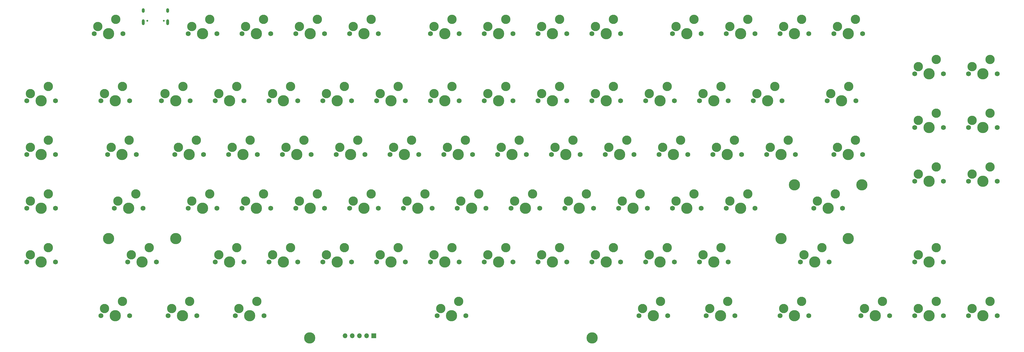
<source format=gbr>
%TF.GenerationSoftware,KiCad,Pcbnew,8.0.3*%
%TF.CreationDate,2024-09-05T05:54:07+12:00*%
%TF.ProjectId,test2,74657374-322e-46b6-9963-61645f706362,rev?*%
%TF.SameCoordinates,Original*%
%TF.FileFunction,Soldermask,Top*%
%TF.FilePolarity,Negative*%
%FSLAX46Y46*%
G04 Gerber Fmt 4.6, Leading zero omitted, Abs format (unit mm)*
G04 Created by KiCad (PCBNEW 8.0.3) date 2024-09-05 05:54:07*
%MOMM*%
%LPD*%
G01*
G04 APERTURE LIST*
%ADD10C,3.987800*%
%ADD11C,1.750000*%
%ADD12C,3.300000*%
%ADD13C,0.650000*%
%ADD14O,1.000000X1.600000*%
%ADD15O,1.000000X2.100000*%
%ADD16R,1.700000X1.700000*%
%ADD17O,1.700000X1.700000*%
G04 APERTURE END LIST*
D10*
X319087500Y-77470000D03*
X295275000Y-77470000D03*
X123624134Y-131729112D03*
X223636634Y-131729112D03*
X76200000Y-96520000D03*
X52387500Y-96520000D03*
X314325000Y-96520000D03*
X290512500Y-96520000D03*
D11*
X300355000Y-123825000D03*
D10*
X295275000Y-123825000D03*
D11*
X290195000Y-123825000D03*
D12*
X291465000Y-121285000D03*
X297815000Y-118745000D03*
D11*
X317023750Y-47625000D03*
D10*
X311943750Y-47625000D03*
D11*
X306863750Y-47625000D03*
D12*
X308133750Y-45085000D03*
X314483750Y-42545000D03*
D11*
X178911250Y-123825000D03*
D10*
X173831250Y-123825000D03*
D11*
X168751250Y-123825000D03*
D12*
X170021250Y-121285000D03*
X176371250Y-118745000D03*
D11*
X300355000Y-23812500D03*
D10*
X295275000Y-23812500D03*
D11*
X290195000Y-23812500D03*
D12*
X291465000Y-21272500D03*
X297815000Y-18732500D03*
D11*
X176530000Y-47625000D03*
D10*
X171450000Y-47625000D03*
D11*
X166370000Y-47625000D03*
D12*
X167640000Y-45085000D03*
X173990000Y-42545000D03*
D11*
X143192500Y-66675000D03*
D10*
X138112500Y-66675000D03*
D11*
X133032500Y-66675000D03*
D12*
X134302500Y-64135000D03*
X140652500Y-61595000D03*
D11*
X157480000Y-47625000D03*
D10*
X152400000Y-47625000D03*
D11*
X147320000Y-47625000D03*
D12*
X148590000Y-45085000D03*
X154940000Y-42545000D03*
D11*
X83661250Y-123825000D03*
D10*
X78581250Y-123825000D03*
D11*
X73501250Y-123825000D03*
D12*
X74771250Y-121285000D03*
X81121250Y-118745000D03*
D11*
X274161250Y-123825000D03*
D10*
X269081250Y-123825000D03*
D11*
X264001250Y-123825000D03*
D12*
X265271250Y-121285000D03*
X271621250Y-118745000D03*
D11*
X128905000Y-85725000D03*
D10*
X123825000Y-85725000D03*
D11*
X118745000Y-85725000D03*
D12*
X120015000Y-83185000D03*
X126365000Y-80645000D03*
D11*
X176530000Y-104775000D03*
D10*
X171450000Y-104775000D03*
D11*
X166370000Y-104775000D03*
D12*
X167640000Y-102235000D03*
X173990000Y-99695000D03*
D11*
X281305000Y-23812500D03*
D10*
X276225000Y-23812500D03*
D11*
X271145000Y-23812500D03*
D12*
X272415000Y-21272500D03*
X278765000Y-18732500D03*
D11*
X252730000Y-104775000D03*
D10*
X247650000Y-104775000D03*
D11*
X242570000Y-104775000D03*
D12*
X243840000Y-102235000D03*
X250190000Y-99695000D03*
D11*
X195580000Y-104775000D03*
D10*
X190500000Y-104775000D03*
D11*
X185420000Y-104775000D03*
D12*
X186690000Y-102235000D03*
X193040000Y-99695000D03*
D11*
X276542500Y-66675000D03*
D10*
X271462500Y-66675000D03*
D11*
X266382500Y-66675000D03*
D12*
X267652500Y-64135000D03*
X274002500Y-61595000D03*
D11*
X347980000Y-123825000D03*
D10*
X342900000Y-123825000D03*
D11*
X337820000Y-123825000D03*
D12*
X339090000Y-121285000D03*
X345440000Y-118745000D03*
D11*
X214630000Y-47625000D03*
D10*
X209550000Y-47625000D03*
D11*
X204470000Y-47625000D03*
D12*
X205740000Y-45085000D03*
X212090000Y-42545000D03*
D11*
X109855000Y-23812500D03*
D10*
X104775000Y-23812500D03*
D11*
X99695000Y-23812500D03*
D12*
X100965000Y-21272500D03*
X107315000Y-18732500D03*
D11*
X100330000Y-47625000D03*
D10*
X95250000Y-47625000D03*
D11*
X90170000Y-47625000D03*
D12*
X91440000Y-45085000D03*
X97790000Y-42545000D03*
D11*
X262255000Y-23812500D03*
D10*
X257175000Y-23812500D03*
D11*
X252095000Y-23812500D03*
D12*
X253365000Y-21272500D03*
X259715000Y-18732500D03*
D11*
X195580000Y-23812500D03*
D10*
X190500000Y-23812500D03*
D11*
X185420000Y-23812500D03*
D12*
X186690000Y-21272500D03*
X193040000Y-18732500D03*
D11*
X224155000Y-85725000D03*
D10*
X219075000Y-85725000D03*
D11*
X213995000Y-85725000D03*
D12*
X215265000Y-83185000D03*
X221615000Y-80645000D03*
D11*
X367030000Y-57150000D03*
D10*
X361950000Y-57150000D03*
D11*
X356870000Y-57150000D03*
D12*
X358140000Y-54610000D03*
X364490000Y-52070000D03*
D11*
X319405000Y-66675000D03*
D10*
X314325000Y-66675000D03*
D11*
X309245000Y-66675000D03*
D12*
X310515000Y-64135000D03*
X316865000Y-61595000D03*
D11*
X219392500Y-66675000D03*
D10*
X214312500Y-66675000D03*
D11*
X209232500Y-66675000D03*
D12*
X210502500Y-64135000D03*
X216852500Y-61595000D03*
D11*
X295592500Y-66675000D03*
D10*
X290512500Y-66675000D03*
D11*
X285432500Y-66675000D03*
D12*
X286702500Y-64135000D03*
X293052500Y-61595000D03*
D11*
X59848750Y-123825000D03*
D10*
X54768750Y-123825000D03*
D11*
X49688750Y-123825000D03*
D12*
X50958750Y-121285000D03*
X57308750Y-118745000D03*
D11*
X257492500Y-66675000D03*
D10*
X252412500Y-66675000D03*
D11*
X247332500Y-66675000D03*
D12*
X248602500Y-64135000D03*
X254952500Y-61595000D03*
D11*
X167005000Y-85725000D03*
D10*
X161925000Y-85725000D03*
D11*
X156845000Y-85725000D03*
D12*
X158115000Y-83185000D03*
X164465000Y-80645000D03*
D11*
X214630000Y-104775000D03*
D10*
X209550000Y-104775000D03*
D11*
X204470000Y-104775000D03*
D12*
X205740000Y-102235000D03*
X212090000Y-99695000D03*
D11*
X233680000Y-104775000D03*
D10*
X228600000Y-104775000D03*
D11*
X223520000Y-104775000D03*
D12*
X224790000Y-102235000D03*
X231140000Y-99695000D03*
D11*
X290830000Y-47625000D03*
D10*
X285750000Y-47625000D03*
D11*
X280670000Y-47625000D03*
D12*
X281940000Y-45085000D03*
X288290000Y-42545000D03*
D13*
X66166250Y-19268750D03*
X71946250Y-19268750D03*
D14*
X64736250Y-15618750D03*
D15*
X64736250Y-19798750D03*
D14*
X73376250Y-15618750D03*
D15*
X73376250Y-19798750D03*
D11*
X312261250Y-85725000D03*
D10*
X307181250Y-85725000D03*
D11*
X302101250Y-85725000D03*
D12*
X303371250Y-83185000D03*
X309721250Y-80645000D03*
D11*
X347980000Y-76200000D03*
D10*
X342900000Y-76200000D03*
D11*
X337820000Y-76200000D03*
D12*
X339090000Y-73660000D03*
X345440000Y-71120000D03*
D11*
X205105000Y-85725000D03*
D10*
X200025000Y-85725000D03*
D11*
X194945000Y-85725000D03*
D12*
X196215000Y-83185000D03*
X202565000Y-80645000D03*
D11*
X186055000Y-85725000D03*
D10*
X180975000Y-85725000D03*
D11*
X175895000Y-85725000D03*
D12*
X177165000Y-83185000D03*
X183515000Y-80645000D03*
D11*
X367030000Y-123825000D03*
D10*
X361950000Y-123825000D03*
D11*
X356870000Y-123825000D03*
D12*
X358140000Y-121285000D03*
X364490000Y-118745000D03*
D11*
X214630000Y-23812500D03*
D10*
X209550000Y-23812500D03*
D11*
X204470000Y-23812500D03*
D12*
X205740000Y-21272500D03*
X212090000Y-18732500D03*
D11*
X238442500Y-66675000D03*
D10*
X233362500Y-66675000D03*
D11*
X228282500Y-66675000D03*
D12*
X229552500Y-64135000D03*
X235902500Y-61595000D03*
D11*
X200342500Y-66675000D03*
D10*
X195262500Y-66675000D03*
D11*
X190182500Y-66675000D03*
D12*
X191452500Y-64135000D03*
X197802500Y-61595000D03*
D11*
X33655000Y-47625000D03*
D10*
X28575000Y-47625000D03*
D11*
X23495000Y-47625000D03*
D12*
X24765000Y-45085000D03*
X31115000Y-42545000D03*
D11*
X262255000Y-85725000D03*
D10*
X257175000Y-85725000D03*
D11*
X252095000Y-85725000D03*
D12*
X253365000Y-83185000D03*
X259715000Y-80645000D03*
D11*
X271780000Y-47625000D03*
D10*
X266700000Y-47625000D03*
D11*
X261620000Y-47625000D03*
D12*
X262890000Y-45085000D03*
X269240000Y-42545000D03*
D11*
X367030000Y-76200000D03*
D10*
X361950000Y-76200000D03*
D11*
X356870000Y-76200000D03*
D12*
X358140000Y-73660000D03*
X364490000Y-71120000D03*
D11*
X271780000Y-104775000D03*
D10*
X266700000Y-104775000D03*
D11*
X261620000Y-104775000D03*
D12*
X262890000Y-102235000D03*
X269240000Y-99695000D03*
D11*
X181292500Y-66675000D03*
D10*
X176212500Y-66675000D03*
D11*
X171132500Y-66675000D03*
D12*
X172402500Y-64135000D03*
X178752500Y-61595000D03*
D11*
X90805000Y-23812500D03*
D10*
X85725000Y-23812500D03*
D11*
X80645000Y-23812500D03*
D12*
X81915000Y-21272500D03*
X88265000Y-18732500D03*
D11*
X328930000Y-123825000D03*
D10*
X323850000Y-123825000D03*
D11*
X318770000Y-123825000D03*
D12*
X320040000Y-121285000D03*
X326390000Y-118745000D03*
D11*
X59848750Y-47625000D03*
D10*
X54768750Y-47625000D03*
D11*
X49688750Y-47625000D03*
D12*
X50958750Y-45085000D03*
X57308750Y-42545000D03*
D11*
X109855000Y-85725000D03*
D10*
X104775000Y-85725000D03*
D11*
X99695000Y-85725000D03*
D12*
X100965000Y-83185000D03*
X107315000Y-80645000D03*
D11*
X347980000Y-104775000D03*
D10*
X342900000Y-104775000D03*
D11*
X337820000Y-104775000D03*
D12*
X339090000Y-102235000D03*
X345440000Y-99695000D03*
D11*
X90805000Y-85725000D03*
D10*
X85725000Y-85725000D03*
D11*
X80645000Y-85725000D03*
D12*
X81915000Y-83185000D03*
X88265000Y-80645000D03*
D11*
X105092500Y-66675000D03*
D10*
X100012500Y-66675000D03*
D11*
X94932500Y-66675000D03*
D12*
X96202500Y-64135000D03*
X102552500Y-61595000D03*
D11*
X281305000Y-85725000D03*
D10*
X276225000Y-85725000D03*
D11*
X271145000Y-85725000D03*
D12*
X272415000Y-83185000D03*
X278765000Y-80645000D03*
D11*
X147955000Y-23812500D03*
D10*
X142875000Y-23812500D03*
D11*
X137795000Y-23812500D03*
D12*
X139065000Y-21272500D03*
X145415000Y-18732500D03*
D11*
X69373750Y-104775000D03*
D10*
X64293750Y-104775000D03*
D11*
X59213750Y-104775000D03*
D12*
X60483750Y-102235000D03*
X66833750Y-99695000D03*
D11*
X119380000Y-104775000D03*
D10*
X114300000Y-104775000D03*
D11*
X109220000Y-104775000D03*
D12*
X110490000Y-102235000D03*
X116840000Y-99695000D03*
D11*
X347980000Y-57150000D03*
D10*
X342900000Y-57150000D03*
D11*
X337820000Y-57150000D03*
D12*
X339090000Y-54610000D03*
X345440000Y-52070000D03*
D11*
X107473750Y-123825000D03*
D10*
X102393750Y-123825000D03*
D11*
X97313750Y-123825000D03*
D12*
X98583750Y-121285000D03*
X104933750Y-118745000D03*
D11*
X100330000Y-104775000D03*
D10*
X95250000Y-104775000D03*
D11*
X90170000Y-104775000D03*
D12*
X91440000Y-102235000D03*
X97790000Y-99695000D03*
D11*
X367030000Y-38100000D03*
D10*
X361950000Y-38100000D03*
D11*
X356870000Y-38100000D03*
D12*
X358140000Y-35560000D03*
X364490000Y-33020000D03*
D11*
X347980000Y-38100000D03*
D10*
X342900000Y-38100000D03*
D11*
X337820000Y-38100000D03*
D12*
X339090000Y-35560000D03*
X345440000Y-33020000D03*
D16*
X146362500Y-130968750D03*
D17*
X143822500Y-130968750D03*
X141282501Y-130968750D03*
X138742500Y-130968750D03*
X136202500Y-130968750D03*
D11*
X147955000Y-85725000D03*
D10*
X142875000Y-85725000D03*
D11*
X137795000Y-85725000D03*
D12*
X139065000Y-83185000D03*
X145415000Y-80645000D03*
D11*
X86042500Y-66675000D03*
D10*
X80962500Y-66675000D03*
D11*
X75882500Y-66675000D03*
D12*
X77152500Y-64135000D03*
X83502500Y-61595000D03*
D11*
X307498750Y-104775000D03*
D10*
X302418750Y-104775000D03*
D11*
X297338750Y-104775000D03*
D12*
X298608750Y-102235000D03*
X304958750Y-99695000D03*
D11*
X33655000Y-104775000D03*
D10*
X28575000Y-104775000D03*
D11*
X23495000Y-104775000D03*
D12*
X24765000Y-102235000D03*
X31115000Y-99695000D03*
D11*
X138430000Y-47625000D03*
D10*
X133350000Y-47625000D03*
D11*
X128270000Y-47625000D03*
D12*
X129540000Y-45085000D03*
X135890000Y-42545000D03*
D11*
X243205000Y-85725000D03*
D10*
X238125000Y-85725000D03*
D11*
X233045000Y-85725000D03*
D12*
X234315000Y-83185000D03*
X240665000Y-80645000D03*
D11*
X233680000Y-23812500D03*
D10*
X228600000Y-23812500D03*
D11*
X223520000Y-23812500D03*
D12*
X224790000Y-21272500D03*
X231140000Y-18732500D03*
D11*
X157480000Y-104775000D03*
D10*
X152400000Y-104775000D03*
D11*
X147320000Y-104775000D03*
D12*
X148590000Y-102235000D03*
X154940000Y-99695000D03*
D11*
X62230000Y-66675000D03*
D10*
X57150000Y-66675000D03*
D11*
X52070000Y-66675000D03*
D12*
X53340000Y-64135000D03*
X59690000Y-61595000D03*
D11*
X33655000Y-66675000D03*
D10*
X28575000Y-66675000D03*
D11*
X23495000Y-66675000D03*
D12*
X24765000Y-64135000D03*
X31115000Y-61595000D03*
D11*
X128905000Y-23812500D03*
D10*
X123825000Y-23812500D03*
D11*
X118745000Y-23812500D03*
D12*
X120015000Y-21272500D03*
X126365000Y-18732500D03*
D11*
X64611250Y-85725000D03*
D10*
X59531250Y-85725000D03*
D11*
X54451250Y-85725000D03*
D12*
X55721250Y-83185000D03*
X62071250Y-80645000D03*
D11*
X250348750Y-123825000D03*
D10*
X245268750Y-123825000D03*
D11*
X240188750Y-123825000D03*
D12*
X241458750Y-121285000D03*
X247808750Y-118745000D03*
D11*
X233680000Y-47625000D03*
D10*
X228600000Y-47625000D03*
D11*
X223520000Y-47625000D03*
D12*
X224790000Y-45085000D03*
X231140000Y-42545000D03*
D11*
X33655000Y-85725000D03*
D10*
X28575000Y-85725000D03*
D11*
X23495000Y-85725000D03*
D12*
X24765000Y-83185000D03*
X31115000Y-80645000D03*
D11*
X195580000Y-47625000D03*
D10*
X190500000Y-47625000D03*
D11*
X185420000Y-47625000D03*
D12*
X186690000Y-45085000D03*
X193040000Y-42545000D03*
D11*
X162242500Y-66675000D03*
D10*
X157162500Y-66675000D03*
D11*
X152082500Y-66675000D03*
D12*
X153352500Y-64135000D03*
X159702500Y-61595000D03*
D11*
X176530000Y-23812500D03*
D10*
X171450000Y-23812500D03*
D11*
X166370000Y-23812500D03*
D12*
X167640000Y-21272500D03*
X173990000Y-18732500D03*
D11*
X57467500Y-23812500D03*
D10*
X52387500Y-23812500D03*
D11*
X47307500Y-23812500D03*
D12*
X48577500Y-21272500D03*
X54927500Y-18732500D03*
D11*
X124142500Y-66675000D03*
D10*
X119062500Y-66675000D03*
D11*
X113982500Y-66675000D03*
D12*
X115252500Y-64135000D03*
X121602500Y-61595000D03*
D11*
X119380000Y-47625000D03*
D10*
X114300000Y-47625000D03*
D11*
X109220000Y-47625000D03*
D12*
X110490000Y-45085000D03*
X116840000Y-42545000D03*
D11*
X252730000Y-47625000D03*
D10*
X247650000Y-47625000D03*
D11*
X242570000Y-47625000D03*
D12*
X243840000Y-45085000D03*
X250190000Y-42545000D03*
D11*
X138430000Y-104775000D03*
D10*
X133350000Y-104775000D03*
D11*
X128270000Y-104775000D03*
D12*
X129540000Y-102235000D03*
X135890000Y-99695000D03*
D11*
X319405000Y-23812500D03*
D10*
X314325000Y-23812500D03*
D11*
X309245000Y-23812500D03*
D12*
X310515000Y-21272500D03*
X316865000Y-18732500D03*
D11*
X81280000Y-47625000D03*
D10*
X76200000Y-47625000D03*
D11*
X71120000Y-47625000D03*
D12*
X72390000Y-45085000D03*
X78740000Y-42545000D03*
M02*

</source>
